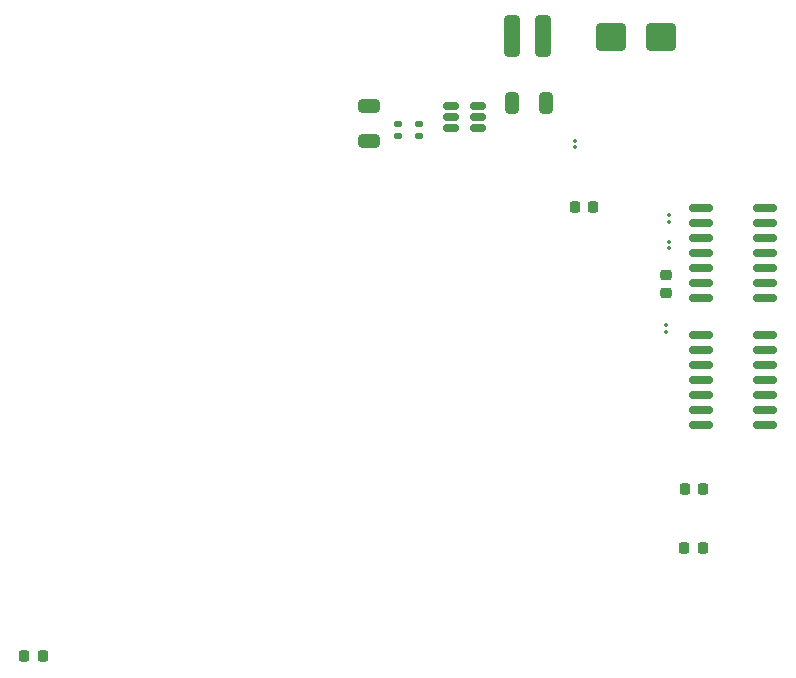
<source format=gbr>
%TF.GenerationSoftware,KiCad,Pcbnew,7.0.10-7.0.10~ubuntu22.04.1*%
%TF.CreationDate,2025-04-05T16:35:23+07:00*%
%TF.ProjectId,RNG,524e472e-6b69-4636-9164-5f7063625858,rev?*%
%TF.SameCoordinates,Original*%
%TF.FileFunction,Paste,Top*%
%TF.FilePolarity,Positive*%
%FSLAX46Y46*%
G04 Gerber Fmt 4.6, Leading zero omitted, Abs format (unit mm)*
G04 Created by KiCad (PCBNEW 7.0.10-7.0.10~ubuntu22.04.1) date 2025-04-05 16:35:23*
%MOMM*%
%LPD*%
G01*
G04 APERTURE LIST*
G04 Aperture macros list*
%AMRoundRect*
0 Rectangle with rounded corners*
0 $1 Rounding radius*
0 $2 $3 $4 $5 $6 $7 $8 $9 X,Y pos of 4 corners*
0 Add a 4 corners polygon primitive as box body*
4,1,4,$2,$3,$4,$5,$6,$7,$8,$9,$2,$3,0*
0 Add four circle primitives for the rounded corners*
1,1,$1+$1,$2,$3*
1,1,$1+$1,$4,$5*
1,1,$1+$1,$6,$7*
1,1,$1+$1,$8,$9*
0 Add four rect primitives between the rounded corners*
20,1,$1+$1,$2,$3,$4,$5,0*
20,1,$1+$1,$4,$5,$6,$7,0*
20,1,$1+$1,$6,$7,$8,$9,0*
20,1,$1+$1,$8,$9,$2,$3,0*%
G04 Aperture macros list end*
%ADD10RoundRect,0.150000X-0.875000X-0.150000X0.875000X-0.150000X0.875000X0.150000X-0.875000X0.150000X0*%
%ADD11RoundRect,0.225000X0.225000X0.250000X-0.225000X0.250000X-0.225000X-0.250000X0.225000X-0.250000X0*%
%ADD12RoundRect,0.225000X-0.225000X-0.250000X0.225000X-0.250000X0.225000X0.250000X-0.225000X0.250000X0*%
%ADD13RoundRect,0.150000X-0.512500X-0.150000X0.512500X-0.150000X0.512500X0.150000X-0.512500X0.150000X0*%
%ADD14RoundRect,0.135000X0.185000X-0.135000X0.185000X0.135000X-0.185000X0.135000X-0.185000X-0.135000X0*%
%ADD15RoundRect,0.250000X-0.650000X0.325000X-0.650000X-0.325000X0.650000X-0.325000X0.650000X0.325000X0*%
%ADD16RoundRect,0.350000X-0.350000X-1.400000X0.350000X-1.400000X0.350000X1.400000X-0.350000X1.400000X0*%
%ADD17RoundRect,0.250000X1.000000X0.900000X-1.000000X0.900000X-1.000000X-0.900000X1.000000X-0.900000X0*%
%ADD18RoundRect,0.067500X-0.067500X0.067500X-0.067500X-0.067500X0.067500X-0.067500X0.067500X0.067500X0*%
%ADD19RoundRect,0.250000X0.325000X0.650000X-0.325000X0.650000X-0.325000X-0.650000X0.325000X-0.650000X0*%
%ADD20RoundRect,0.225000X-0.250000X0.225000X-0.250000X-0.225000X0.250000X-0.225000X0.250000X0.225000X0*%
%ADD21RoundRect,0.135000X-0.185000X0.135000X-0.185000X-0.135000X0.185000X-0.135000X0.185000X0.135000X0*%
G04 APERTURE END LIST*
D10*
%TO.C,*%
X80045600Y-84861400D03*
X80045600Y-86131400D03*
X80045600Y-87401400D03*
X80045600Y-88671400D03*
X80045600Y-89941400D03*
X80045600Y-91211400D03*
X80045600Y-92481400D03*
X85445600Y-92481400D03*
X85445600Y-91211400D03*
X85445600Y-89941400D03*
X85445600Y-88671400D03*
X85445600Y-87401400D03*
X85445600Y-86131400D03*
X85445600Y-84861400D03*
%TD*%
%TO.C,*%
X79994800Y-95631000D03*
X79994800Y-96901000D03*
X79994800Y-98171000D03*
X79994800Y-99441000D03*
X79994800Y-100711000D03*
X79994800Y-101981000D03*
X79994800Y-103251000D03*
X85394800Y-103251000D03*
X85394800Y-101981000D03*
X85394800Y-100711000D03*
X85394800Y-99441000D03*
X85394800Y-98171000D03*
X85394800Y-96901000D03*
X85394800Y-95631000D03*
%TD*%
D11*
%TO.C,C6*%
X80150000Y-113665000D03*
X78600000Y-113665000D03*
%TD*%
D12*
%TO.C,C1*%
X69342000Y-84785200D03*
X70892000Y-84785200D03*
%TD*%
D11*
%TO.C,C5*%
X80175400Y-108712000D03*
X78625400Y-108712000D03*
%TD*%
D13*
%TO.C,U5*%
X58877200Y-76250800D03*
X58877200Y-77200800D03*
X58877200Y-78150800D03*
X61152200Y-78150800D03*
X61152200Y-77200800D03*
X61152200Y-76250800D03*
%TD*%
D14*
%TO.C,R6*%
X54381400Y-78794800D03*
X54381400Y-77774800D03*
%TD*%
D15*
%TO.C,C4*%
X51892200Y-76274400D03*
X51892200Y-79224400D03*
%TD*%
D16*
%TO.C,L1*%
X64049600Y-70358000D03*
X66649600Y-70358000D03*
%TD*%
D17*
%TO.C,D1*%
X76657200Y-70434200D03*
X72357200Y-70434200D03*
%TD*%
D18*
%TO.C,R2*%
X77266800Y-85505200D03*
X77266800Y-86055200D03*
%TD*%
%TO.C,R4*%
X77038200Y-94818200D03*
X77038200Y-95368200D03*
%TD*%
%TO.C,R1*%
X69367400Y-79176200D03*
X69367400Y-79726200D03*
%TD*%
D19*
%TO.C,C3*%
X66932600Y-75996800D03*
X63982600Y-75996800D03*
%TD*%
D11*
%TO.C,C7*%
X24270000Y-122834400D03*
X22720000Y-122834400D03*
%TD*%
D20*
%TO.C,C2*%
X77063600Y-90563400D03*
X77063600Y-92113400D03*
%TD*%
D21*
%TO.C,R5*%
X56134000Y-77747400D03*
X56134000Y-78767400D03*
%TD*%
D18*
%TO.C,R3*%
X77317600Y-87761400D03*
X77317600Y-88311400D03*
%TD*%
M02*

</source>
